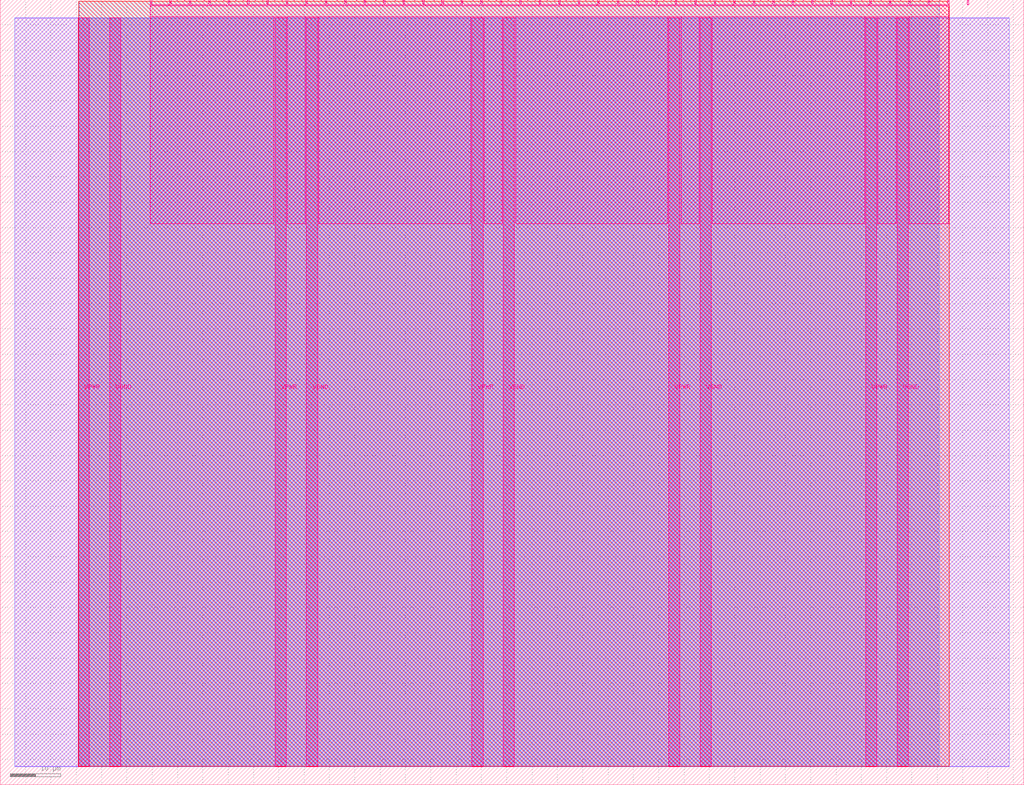
<source format=lef>
VERSION 5.7 ;
  NOWIREEXTENSIONATPIN ON ;
  DIVIDERCHAR "/" ;
  BUSBITCHARS "[]" ;
MACRO tt_um_monishvr_fifo
  CLASS BLOCK ;
  FOREIGN tt_um_monishvr_fifo ;
  ORIGIN 0.000 0.000 ;
  SIZE 202.080 BY 154.980 ;
  PIN VGND
    DIRECTION INOUT ;
    USE GROUND ;
    PORT
      LAYER Metal5 ;
        RECT 21.580 3.560 23.780 151.420 ;
    END
    PORT
      LAYER Metal5 ;
        RECT 60.450 3.560 62.650 151.420 ;
    END
    PORT
      LAYER Metal5 ;
        RECT 99.320 3.560 101.520 151.420 ;
    END
    PORT
      LAYER Metal5 ;
        RECT 138.190 3.560 140.390 151.420 ;
    END
    PORT
      LAYER Metal5 ;
        RECT 177.060 3.560 179.260 151.420 ;
    END
  END VGND
  PIN VPWR
    DIRECTION INOUT ;
    USE POWER ;
    PORT
      LAYER Metal5 ;
        RECT 15.380 3.560 17.580 151.420 ;
    END
    PORT
      LAYER Metal5 ;
        RECT 54.250 3.560 56.450 151.420 ;
    END
    PORT
      LAYER Metal5 ;
        RECT 93.120 3.560 95.320 151.420 ;
    END
    PORT
      LAYER Metal5 ;
        RECT 131.990 3.560 134.190 151.420 ;
    END
    PORT
      LAYER Metal5 ;
        RECT 170.860 3.560 173.060 151.420 ;
    END
  END VPWR
  PIN clk
    DIRECTION INPUT ;
    USE SIGNAL ;
    ANTENNAGATEAREA 0.213200 ;
    PORT
      LAYER Metal5 ;
        RECT 187.050 153.980 187.350 154.980 ;
    END
  END clk
  PIN ena
    DIRECTION INPUT ;
    USE SIGNAL ;
    PORT
      LAYER Metal5 ;
        RECT 190.890 153.980 191.190 154.980 ;
    END
  END ena
  PIN rst_n
    DIRECTION INPUT ;
    USE SIGNAL ;
    ANTENNAGATEAREA 0.314600 ;
    PORT
      LAYER Metal5 ;
        RECT 183.210 153.980 183.510 154.980 ;
    END
  END rst_n
  PIN ui_in[0]
    DIRECTION INPUT ;
    USE SIGNAL ;
    PORT
      LAYER Metal5 ;
        RECT 179.370 153.980 179.670 154.980 ;
    END
  END ui_in[0]
  PIN ui_in[1]
    DIRECTION INPUT ;
    USE SIGNAL ;
    PORT
      LAYER Metal5 ;
        RECT 175.530 153.980 175.830 154.980 ;
    END
  END ui_in[1]
  PIN ui_in[2]
    DIRECTION INPUT ;
    USE SIGNAL ;
    ANTENNAGATEAREA 0.180700 ;
    PORT
      LAYER Metal5 ;
        RECT 171.690 153.980 171.990 154.980 ;
    END
  END ui_in[2]
  PIN ui_in[3]
    DIRECTION INPUT ;
    USE SIGNAL ;
    ANTENNAGATEAREA 0.180700 ;
    PORT
      LAYER Metal5 ;
        RECT 167.850 153.980 168.150 154.980 ;
    END
  END ui_in[3]
  PIN ui_in[4]
    DIRECTION INPUT ;
    USE SIGNAL ;
    ANTENNAGATEAREA 0.314600 ;
    PORT
      LAYER Metal5 ;
        RECT 164.010 153.980 164.310 154.980 ;
    END
  END ui_in[4]
  PIN ui_in[5]
    DIRECTION INPUT ;
    USE SIGNAL ;
    ANTENNAGATEAREA 0.314600 ;
    PORT
      LAYER Metal5 ;
        RECT 160.170 153.980 160.470 154.980 ;
    END
  END ui_in[5]
  PIN ui_in[6]
    DIRECTION INPUT ;
    USE SIGNAL ;
    ANTENNAGATEAREA 0.314600 ;
    PORT
      LAYER Metal5 ;
        RECT 156.330 153.980 156.630 154.980 ;
    END
  END ui_in[6]
  PIN ui_in[7]
    DIRECTION INPUT ;
    USE SIGNAL ;
    ANTENNAGATEAREA 0.314600 ;
    PORT
      LAYER Metal5 ;
        RECT 152.490 153.980 152.790 154.980 ;
    END
  END ui_in[7]
  PIN uio_in[0]
    DIRECTION INPUT ;
    USE SIGNAL ;
    PORT
      LAYER Metal5 ;
        RECT 148.650 153.980 148.950 154.980 ;
    END
  END uio_in[0]
  PIN uio_in[1]
    DIRECTION INPUT ;
    USE SIGNAL ;
    PORT
      LAYER Metal5 ;
        RECT 144.810 153.980 145.110 154.980 ;
    END
  END uio_in[1]
  PIN uio_in[2]
    DIRECTION INPUT ;
    USE SIGNAL ;
    PORT
      LAYER Metal5 ;
        RECT 140.970 153.980 141.270 154.980 ;
    END
  END uio_in[2]
  PIN uio_in[3]
    DIRECTION INPUT ;
    USE SIGNAL ;
    PORT
      LAYER Metal5 ;
        RECT 137.130 153.980 137.430 154.980 ;
    END
  END uio_in[3]
  PIN uio_in[4]
    DIRECTION INPUT ;
    USE SIGNAL ;
    PORT
      LAYER Metal5 ;
        RECT 133.290 153.980 133.590 154.980 ;
    END
  END uio_in[4]
  PIN uio_in[5]
    DIRECTION INPUT ;
    USE SIGNAL ;
    PORT
      LAYER Metal5 ;
        RECT 129.450 153.980 129.750 154.980 ;
    END
  END uio_in[5]
  PIN uio_in[6]
    DIRECTION INPUT ;
    USE SIGNAL ;
    PORT
      LAYER Metal5 ;
        RECT 125.610 153.980 125.910 154.980 ;
    END
  END uio_in[6]
  PIN uio_in[7]
    DIRECTION INPUT ;
    USE SIGNAL ;
    PORT
      LAYER Metal5 ;
        RECT 121.770 153.980 122.070 154.980 ;
    END
  END uio_in[7]
  PIN uio_oe[0]
    DIRECTION OUTPUT ;
    USE SIGNAL ;
    ANTENNADIFFAREA 0.299200 ;
    PORT
      LAYER Metal5 ;
        RECT 56.490 153.980 56.790 154.980 ;
    END
  END uio_oe[0]
  PIN uio_oe[1]
    DIRECTION OUTPUT ;
    USE SIGNAL ;
    ANTENNADIFFAREA 0.299200 ;
    PORT
      LAYER Metal5 ;
        RECT 52.650 153.980 52.950 154.980 ;
    END
  END uio_oe[1]
  PIN uio_oe[2]
    DIRECTION OUTPUT ;
    USE SIGNAL ;
    ANTENNADIFFAREA 0.299200 ;
    PORT
      LAYER Metal5 ;
        RECT 48.810 153.980 49.110 154.980 ;
    END
  END uio_oe[2]
  PIN uio_oe[3]
    DIRECTION OUTPUT ;
    USE SIGNAL ;
    ANTENNADIFFAREA 0.299200 ;
    PORT
      LAYER Metal5 ;
        RECT 44.970 153.980 45.270 154.980 ;
    END
  END uio_oe[3]
  PIN uio_oe[4]
    DIRECTION OUTPUT ;
    USE SIGNAL ;
    ANTENNADIFFAREA 0.299200 ;
    PORT
      LAYER Metal5 ;
        RECT 41.130 153.980 41.430 154.980 ;
    END
  END uio_oe[4]
  PIN uio_oe[5]
    DIRECTION OUTPUT ;
    USE SIGNAL ;
    ANTENNADIFFAREA 0.299200 ;
    PORT
      LAYER Metal5 ;
        RECT 37.290 153.980 37.590 154.980 ;
    END
  END uio_oe[5]
  PIN uio_oe[6]
    DIRECTION OUTPUT ;
    USE SIGNAL ;
    ANTENNADIFFAREA 0.299200 ;
    PORT
      LAYER Metal5 ;
        RECT 33.450 153.980 33.750 154.980 ;
    END
  END uio_oe[6]
  PIN uio_oe[7]
    DIRECTION OUTPUT ;
    USE SIGNAL ;
    ANTENNADIFFAREA 0.299200 ;
    PORT
      LAYER Metal5 ;
        RECT 29.610 153.980 29.910 154.980 ;
    END
  END uio_oe[7]
  PIN uio_out[0]
    DIRECTION OUTPUT ;
    USE SIGNAL ;
    ANTENNADIFFAREA 0.299200 ;
    PORT
      LAYER Metal5 ;
        RECT 87.210 153.980 87.510 154.980 ;
    END
  END uio_out[0]
  PIN uio_out[1]
    DIRECTION OUTPUT ;
    USE SIGNAL ;
    ANTENNADIFFAREA 0.299200 ;
    PORT
      LAYER Metal5 ;
        RECT 83.370 153.980 83.670 154.980 ;
    END
  END uio_out[1]
  PIN uio_out[2]
    DIRECTION OUTPUT ;
    USE SIGNAL ;
    ANTENNADIFFAREA 0.299200 ;
    PORT
      LAYER Metal5 ;
        RECT 79.530 153.980 79.830 154.980 ;
    END
  END uio_out[2]
  PIN uio_out[3]
    DIRECTION OUTPUT ;
    USE SIGNAL ;
    ANTENNADIFFAREA 0.299200 ;
    PORT
      LAYER Metal5 ;
        RECT 75.690 153.980 75.990 154.980 ;
    END
  END uio_out[3]
  PIN uio_out[4]
    DIRECTION OUTPUT ;
    USE SIGNAL ;
    ANTENNADIFFAREA 0.299200 ;
    PORT
      LAYER Metal5 ;
        RECT 71.850 153.980 72.150 154.980 ;
    END
  END uio_out[4]
  PIN uio_out[5]
    DIRECTION OUTPUT ;
    USE SIGNAL ;
    ANTENNADIFFAREA 0.299200 ;
    PORT
      LAYER Metal5 ;
        RECT 68.010 153.980 68.310 154.980 ;
    END
  END uio_out[5]
  PIN uio_out[6]
    DIRECTION OUTPUT ;
    USE SIGNAL ;
    ANTENNADIFFAREA 0.299200 ;
    PORT
      LAYER Metal5 ;
        RECT 64.170 153.980 64.470 154.980 ;
    END
  END uio_out[6]
  PIN uio_out[7]
    DIRECTION OUTPUT ;
    USE SIGNAL ;
    ANTENNADIFFAREA 0.299200 ;
    PORT
      LAYER Metal5 ;
        RECT 60.330 153.980 60.630 154.980 ;
    END
  END uio_out[7]
  PIN uo_out[0]
    DIRECTION OUTPUT ;
    USE SIGNAL ;
    ANTENNADIFFAREA 0.654800 ;
    PORT
      LAYER Metal5 ;
        RECT 117.930 153.980 118.230 154.980 ;
    END
  END uo_out[0]
  PIN uo_out[1]
    DIRECTION OUTPUT ;
    USE SIGNAL ;
    ANTENNADIFFAREA 0.654800 ;
    PORT
      LAYER Metal5 ;
        RECT 114.090 153.980 114.390 154.980 ;
    END
  END uo_out[1]
  PIN uo_out[2]
    DIRECTION OUTPUT ;
    USE SIGNAL ;
    ANTENNAGATEAREA 0.109200 ;
    ANTENNADIFFAREA 0.632400 ;
    PORT
      LAYER Metal5 ;
        RECT 110.250 153.980 110.550 154.980 ;
    END
  END uo_out[2]
  PIN uo_out[3]
    DIRECTION OUTPUT ;
    USE SIGNAL ;
    ANTENNAGATEAREA 0.109200 ;
    ANTENNADIFFAREA 0.632400 ;
    PORT
      LAYER Metal5 ;
        RECT 106.410 153.980 106.710 154.980 ;
    END
  END uo_out[3]
  PIN uo_out[4]
    DIRECTION OUTPUT ;
    USE SIGNAL ;
    ANTENNAGATEAREA 0.109200 ;
    ANTENNADIFFAREA 0.632400 ;
    PORT
      LAYER Metal5 ;
        RECT 102.570 153.980 102.870 154.980 ;
    END
  END uo_out[4]
  PIN uo_out[5]
    DIRECTION OUTPUT ;
    USE SIGNAL ;
    ANTENNAGATEAREA 0.109200 ;
    ANTENNADIFFAREA 0.632400 ;
    PORT
      LAYER Metal5 ;
        RECT 98.730 153.980 99.030 154.980 ;
    END
  END uo_out[5]
  PIN uo_out[6]
    DIRECTION OUTPUT ;
    USE SIGNAL ;
    ANTENNADIFFAREA 0.299200 ;
    PORT
      LAYER Metal5 ;
        RECT 94.890 153.980 95.190 154.980 ;
    END
  END uo_out[6]
  PIN uo_out[7]
    DIRECTION OUTPUT ;
    USE SIGNAL ;
    ANTENNADIFFAREA 0.299200 ;
    PORT
      LAYER Metal5 ;
        RECT 91.050 153.980 91.350 154.980 ;
    END
  END uo_out[7]
  OBS
      LAYER GatPoly ;
        RECT 2.880 3.630 199.200 151.350 ;
      LAYER Metal1 ;
        RECT 2.880 3.560 199.200 151.420 ;
      LAYER Metal2 ;
        RECT 15.515 3.680 185.425 151.300 ;
      LAYER Metal3 ;
        RECT 15.560 3.635 185.380 154.705 ;
      LAYER Metal4 ;
        RECT 15.515 3.680 187.345 154.660 ;
      LAYER Metal5 ;
        RECT 30.120 153.770 33.240 153.980 ;
        RECT 33.960 153.770 37.080 153.980 ;
        RECT 37.800 153.770 40.920 153.980 ;
        RECT 41.640 153.770 44.760 153.980 ;
        RECT 45.480 153.770 48.600 153.980 ;
        RECT 49.320 153.770 52.440 153.980 ;
        RECT 53.160 153.770 56.280 153.980 ;
        RECT 57.000 153.770 60.120 153.980 ;
        RECT 60.840 153.770 63.960 153.980 ;
        RECT 64.680 153.770 67.800 153.980 ;
        RECT 68.520 153.770 71.640 153.980 ;
        RECT 72.360 153.770 75.480 153.980 ;
        RECT 76.200 153.770 79.320 153.980 ;
        RECT 80.040 153.770 83.160 153.980 ;
        RECT 83.880 153.770 87.000 153.980 ;
        RECT 87.720 153.770 90.840 153.980 ;
        RECT 91.560 153.770 94.680 153.980 ;
        RECT 95.400 153.770 98.520 153.980 ;
        RECT 99.240 153.770 102.360 153.980 ;
        RECT 103.080 153.770 106.200 153.980 ;
        RECT 106.920 153.770 110.040 153.980 ;
        RECT 110.760 153.770 113.880 153.980 ;
        RECT 114.600 153.770 117.720 153.980 ;
        RECT 118.440 153.770 121.560 153.980 ;
        RECT 122.280 153.770 125.400 153.980 ;
        RECT 126.120 153.770 129.240 153.980 ;
        RECT 129.960 153.770 133.080 153.980 ;
        RECT 133.800 153.770 136.920 153.980 ;
        RECT 137.640 153.770 140.760 153.980 ;
        RECT 141.480 153.770 144.600 153.980 ;
        RECT 145.320 153.770 148.440 153.980 ;
        RECT 149.160 153.770 152.280 153.980 ;
        RECT 153.000 153.770 156.120 153.980 ;
        RECT 156.840 153.770 159.960 153.980 ;
        RECT 160.680 153.770 163.800 153.980 ;
        RECT 164.520 153.770 167.640 153.980 ;
        RECT 168.360 153.770 171.480 153.980 ;
        RECT 172.200 153.770 175.320 153.980 ;
        RECT 176.040 153.770 179.160 153.980 ;
        RECT 179.880 153.770 183.000 153.980 ;
        RECT 183.720 153.770 186.840 153.980 ;
        RECT 29.660 151.630 187.300 153.770 ;
        RECT 29.660 110.735 54.040 151.630 ;
        RECT 56.660 110.735 60.240 151.630 ;
        RECT 62.860 110.735 92.910 151.630 ;
        RECT 95.530 110.735 99.110 151.630 ;
        RECT 101.730 110.735 131.780 151.630 ;
        RECT 134.400 110.735 137.980 151.630 ;
        RECT 140.600 110.735 170.650 151.630 ;
        RECT 173.270 110.735 176.850 151.630 ;
        RECT 179.470 110.735 187.300 151.630 ;
  END
END tt_um_monishvr_fifo
END LIBRARY


</source>
